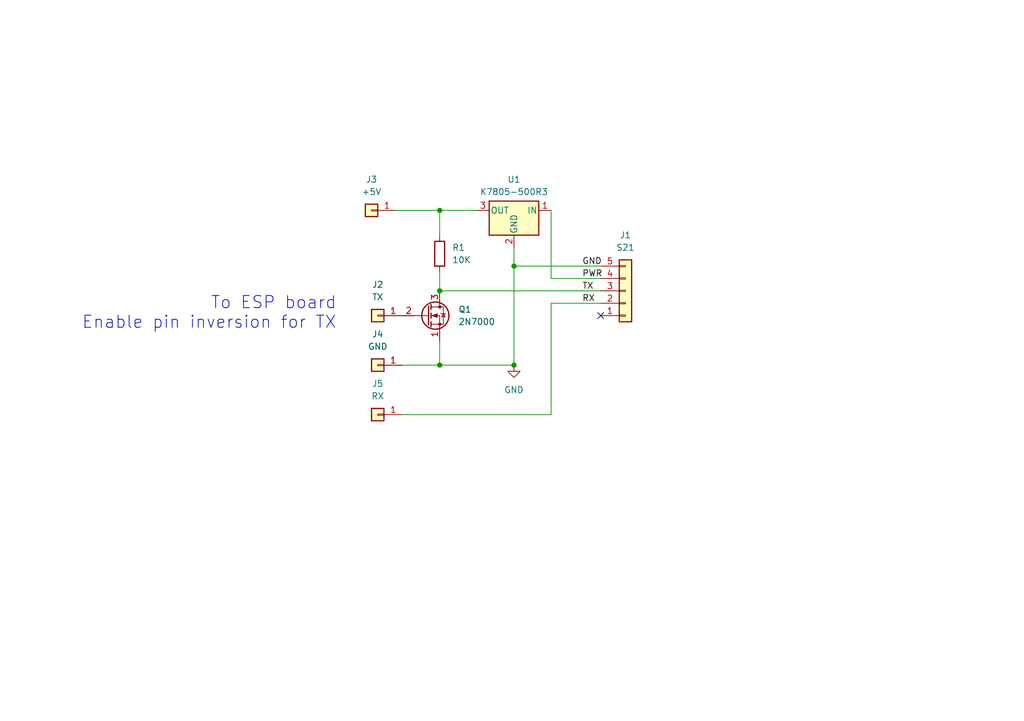
<source format=kicad_sch>
(kicad_sch (version 20231120) (generator "eeschema") (generator_version "8.0")
  (paper "A5")
  (title_block (title "S21 adapter for a ESP8266/ESP32 board") (date "2024-08-17") (rev "1"))
  (lib_symbols
    (symbol "Connector_Generic:Conn_01x01" (pin_names (offset 1.016) hide)
      (property "Reference" "J" (at 0 2.54 0))
      (property "Value" "Conn_01x01" (at 0 -2.54 0))
      (symbol "Conn_01x01_1_1"
        (rectangle (start -1.27 0.127) (end 0 -0.127) (stroke (width 0.1524)))
        (rectangle (start -1.27 1.27) (end 1.27 -1.27) (stroke (width 0.254)) (fill (type background)))
        (pin passive line (at -5.08 0 0) (length 3.81) (name "Pin_1") (number "1"))
      )
    )
    (symbol "Connector_Generic:Conn_01x05" (pin_names (offset 1.016) hide)
      (property "Reference" "J" (at 0 7.62 0))
      (property "Value" "Conn_01x05" (at 0 -7.62 0))
      (symbol "Conn_01x05_1_1"
        (rectangle (start -1.27 -4.953) (end 0 -5.207) (stroke (width 0.1524)))
        (rectangle (start -1.27 -2.413) (end 0 -2.667) (stroke (width 0.1524)))
        (rectangle (start -1.27 0.127) (end 0 -0.127) (stroke (width 0.1524)))
        (rectangle (start -1.27 2.667) (end 0 2.413) (stroke (width 0.1524)))
        (rectangle (start -1.27 5.207) (end 0 4.953) (stroke (width 0.1524)))
        (rectangle (start -1.27 6.35) (end 1.27 -6.35) (stroke (width 0.254)) (fill (type background)))
        (pin passive line (at -5.08 5.08 0) (length 3.81) (name "Pin_1") (number "1"))
        (pin passive line (at -5.08 2.54 0) (length 3.81) (name "Pin_2") (number "2"))
        (pin passive line (at -5.08 0 0) (length 3.81) (name "Pin_3") (number "3"))
        (pin passive line (at -5.08 -2.54 0) (length 3.81) (name "Pin_4") (number "4"))
        (pin passive line (at -5.08 -5.08 0) (length 3.81) (name "Pin_5") (number "5"))
      )
    )
    (symbol "Device:R" (pin_numbers hide) (pin_names (offset 0))
      (property "Reference" "R" (at 2.032 0 90))
      (property "Value" "R" (at 0 0 90))
      (symbol "R_0_1"
        (rectangle (start -1.016 -2.54) (end 1.016 2.54) (stroke (width 0.254)))
      )
      (symbol "R_1_1"
        (pin passive line (at 0 3.81 270) (length 1.27) (name "~") (number "1"))
        (pin passive line (at 0 -3.81 90) (length 1.27) (name "~") (number "2"))
      )
    )
    (symbol "Regulator_Linear:L7805" (pin_names (offset 0.254))
      (property "Reference" "U" (at -3.81 3.175 0))
      (property "Value" "L7805" (at 0 3.175 0))
      (symbol "L7805_0_1"
        (rectangle (start -5.08 1.905) (end 5.08 -5.08) (stroke (width 0.254)) (fill (type background)))
      )
      (symbol "L7805_1_1"
        (pin power_in line (at -7.62 0 0) (length 2.54) (name "IN") (number "1"))
        (pin power_in line (at 0 -7.62 90) (length 2.54) (name "GND") (number "2"))
        (pin power_out line (at 7.62 0 180) (length 2.54) (name "OUT") (number "3"))
      )
    )
    (symbol "Transistor_FET:2N7000" (pin_names hide)
      (property "Reference" "Q" (at 5.08 1.905 0))
      (property "Value" "2N7000" (at 5.08 0 0))
      (symbol "2N7000_0_1"
        (polyline (pts (xy 0.254 0) (xy -2.54 0)))
        (polyline (pts (xy 0.254 1.905) (xy 0.254 -1.905)) (stroke (width 0.254)))
        (polyline (pts (xy 0.762 -1.27) (xy 0.762 -2.286)) (stroke (width 0.254)))
        (polyline (pts (xy 0.762 0.508) (xy 0.762 -0.508)) (stroke (width 0.254)))
        (polyline (pts (xy 0.762 2.286) (xy 0.762 1.27)) (stroke (width 0.254)))
        (polyline (pts (xy 2.54 2.54) (xy 2.54 1.778)))
        (polyline (pts (xy 2.54 -2.54) (xy 2.54 0) (xy 0.762 0)))
        (polyline (pts (xy 0.762 -1.778) (xy 3.302 -1.778) (xy 3.302 1.778) (xy 0.762 1.778)))
        (polyline (pts (xy 1.016 0) (xy 2.032 0.381) (xy 2.032 -0.381) (xy 1.016 0)) (fill (type outline)))
        (polyline (pts (xy 2.794 0.508) (xy 2.921 0.381) (xy 3.683 0.381) (xy 3.81 0.254)))
        (polyline (pts (xy 3.302 0.381) (xy 2.921 -0.254) (xy 3.683 -0.254) (xy 3.302 0.381)))
        (circle (center 1.651 0) (radius 2.794) (stroke (width 0.254)))
        (circle (center 2.54 -1.778) (radius 0.254) (fill (type outline)))
        (circle (center 2.54 1.778) (radius 0.254) (fill (type outline)))
      )
      (symbol "2N7000_1_1"
        (pin passive line (at 2.54 -5.08 90) (length 2.54) (name "S") (number "1"))
        (pin input line (at -5.08 0 0) (length 2.54) (name "G") (number "2"))
        (pin passive line (at 2.54 5.08 270) (length 2.54) (name "D") (number "3"))
      )
    )
    (symbol "power:GND" (power) (pin_numbers hide) (pin_names (offset 0) hide)
      (property "Value" "GND" (at 0 -3.81 0))
      (symbol "GND_0_1"
        (polyline (pts (xy 0 0) (xy 0 -1.27) (xy 1.27 -1.27) (xy 0 -2.54) (xy -1.27 -1.27) (xy 0 -1.27)))
      )
      (symbol "GND_1_1"
        (pin power_in line (at 0 0 270) (length 0) (name "~") (number "1"))
      )
    )
  )
  (junction (at 105.41 54.61))
  (junction (at 90.17 43.18))
  (junction (at 90.17 59.69))
  (junction (at 90.17 74.93))
  (junction (at 105.41 74.93))
  (no_connect (at 123.19 64.77))
  (wire (pts (xy 105.41 54.61) (xy 105.41 50.8)))
  (wire (pts (xy 81.28 43.18) (xy 90.17 43.18)))
  (wire (pts (xy 113.03 85.09) (xy 82.55 85.09)))
  (wire (pts (xy 123.19 57.15) (xy 113.03 57.15)))
  (wire (pts (xy 90.17 48.26) (xy 90.17 43.18)))
  (wire (pts (xy 113.03 62.23) (xy 113.03 85.09)))
  (wire (pts (xy 123.19 54.61) (xy 105.41 54.61)))
  (wire (pts (xy 82.55 74.93) (xy 90.17 74.93)))
  (wire (pts (xy 123.19 62.23) (xy 113.03 62.23)))
  (wire (pts (xy 90.17 59.69) (xy 123.19 59.69)))
  (wire (pts (xy 113.03 57.15) (xy 113.03 43.18)))
  (wire (pts (xy 105.41 54.61) (xy 105.41 74.93)))
  (wire (pts (xy 90.17 74.93) (xy 90.17 69.85)))
  (wire (pts (xy 90.17 74.93) (xy 105.41 74.93)))
  (wire (pts (xy 90.17 43.18) (xy 97.79 43.18)))
  (wire (pts (xy 90.17 55.88) (xy 90.17 59.69)))
  (text "To ESP board\nEnable pin inversion for TX" (at 69.088 64.262 0) (effects (font (size 2.5 2.5)) (justify right)))
  (label "PWR" (at 119.38 57.15 0))
  (label "GND" (at 119.38 54.61 0))
  (label "TX" (at 119.38 59.69 0))
  (label "RX" (at 119.38 62.23 0))
  (symbol (lib_id "Transistor_FET:2N7000") (at 87.63 64.77 0) (unit 1)
    (property "Reference" "Q1" (at 93.98 63.4999 0) (effects (justify left)))
    (property "Value" "2N7000" (at 93.98 66.0399 0) (effects (justify left)))
    (property "Footprint" "Package_TO_SOT_THT:TO-92_Inline" (effects (hide yes)))
    (property "Datasheet" "https://www.vishay.com/docs/70226/70226.pdf" (effects (hide yes)))
    (property "Description" "0.2A Id, 200V Vds, N-Channel MOSFET, 2.6V Logic Level, TO-92" (effects (hide yes)))
  )
  (symbol (lib_id "Connector_Generic:Conn_01x05") (at 128.27 59.69 0) (mirror x) (unit 1)
    (property "Reference" "J1" (at 128.27 48.26 0))
    (property "Value" "S21" (at 128.27 50.8 0))
    (property "Footprint" "RevK:JST_EH_S5B-EH_1x05_P2.50mm_Horizontal" (effects (hide yes)))
    (property "LCSC Part #" "C265103" (effects (hide yes)))
    (property "JLCPCB Position Offset" "0,-2.61" (effects (hide yes)))
  )
  (symbol (lib_id "Connector_Generic:Conn_01x01") (at 76.2 43.18 0) (mirror y) (unit 1)
    (property "Reference" "J3" (at 76.2 36.83 0))
    (property "Value" "+5V" (at 76.2 39.37 0))
    (property "Description" "Generic connector, single row, 01x01, script generated (kicad-library-utils/schlib/autogen/connector/)" (effects (hide yes)))
  )
  (symbol (lib_id "Device:R") (at 90.17 52.07 0) (unit 1)
    (property "Reference" "R1" (at 92.71 50.7999 0) (effects (justify left)))
    (property "Value" "10K" (at 92.71 53.3399 0) (effects (justify left)))
    (property "Description" "Resistor" (effects (hide yes)))
  )
  (symbol (lib_id "Connector_Generic:Conn_01x01") (at 77.47 85.09 0) (mirror y) (unit 1)
    (property "Reference" "J5" (at 77.47 78.74 0))
    (property "Value" "RX" (at 77.47 81.28 0))
    (property "Description" "Generic connector, single row, 01x01, script generated (kicad-library-utils/schlib/autogen/connector/)" (effects (hide yes)))
  )
  (symbol (lib_id "power:GND") (at 105.41 74.93 0) (unit 1)
    (property "Reference" "#PWR01" (effects (hide yes)))
    (property "Value" "GND" (at 105.41 80.01 0))
    (property "Description" "Power symbol creates a global label with name \"GND\" , ground" (effects (hide yes)))
  )
  (symbol (lib_id "Regulator_Linear:L7805") (at 105.41 43.18 0) (mirror y) (unit 1)
    (property "Reference" "U1" (at 105.41 36.83 0))
    (property "Value" "K7805-500R3" (at 105.41 39.37 0))
    (property "Datasheet" "http://www.st.com/content/ccc/resource/technical/document/datasheet/41/4f/b3/b0/12/d4/47/88/CD00000444.pdf/files/CD00000444.pdf/jcr:content/translations/en.CD00000444.pdf" (effects (hide yes)))
    (property "Description" "Positive 1.5A 35V Linear Regulator, Fixed Output 5V, TO-220/TO-263/TO-252" (effects (hide yes)))
  )
  (symbol (lib_id "Connector_Generic:Conn_01x01") (at 77.47 64.77 0) (mirror y) (unit 1)
    (property "Reference" "J2" (at 77.47 58.42 0))
    (property "Value" "TX" (at 77.47 60.96 0))
    (property "Description" "Generic connector, single row, 01x01, script generated (kicad-library-utils/schlib/autogen/connector/)" (effects (hide yes)))
  )
  (symbol (lib_id "Connector_Generic:Conn_01x01") (at 77.47 74.93 0) (mirror y) (unit 1)
    (property "Reference" "J4" (at 77.47 68.58 0))
    (property "Value" "GND" (at 77.47 71.12 0))
    (property "Description" "Generic connector, single row, 01x01, script generated (kicad-library-utils/schlib/autogen/connector/)" (effects (hide yes)))
  )
)
</source>
